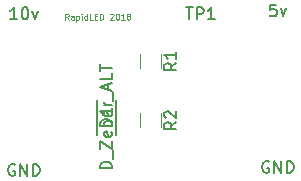
<source format=gbr>
G04 #@! TF.FileFunction,Legend,Top*
%FSLAX45Y45*%
G04 Gerber Fmt 4.5, Leading zero omitted, Abs format (unit mm)*
G04 Created by KiCad (PCBNEW 4.0.7) date 02/07/18 19:58:28*
%MOMM*%
%LPD*%
G01*
G04 APERTURE LIST*
%ADD10C,0.100000*%
%ADD11C,0.125000*%
%ADD12C,0.152400*%
%ADD13C,0.120000*%
%ADD14C,0.150000*%
G04 APERTURE END LIST*
D10*
D11*
X14703572Y-9972619D02*
X14686905Y-9948810D01*
X14675000Y-9972619D02*
X14675000Y-9922619D01*
X14694048Y-9922619D01*
X14698810Y-9925000D01*
X14701191Y-9927381D01*
X14703572Y-9932143D01*
X14703572Y-9939286D01*
X14701191Y-9944048D01*
X14698810Y-9946429D01*
X14694048Y-9948810D01*
X14675000Y-9948810D01*
X14746429Y-9972619D02*
X14746429Y-9946429D01*
X14744048Y-9941667D01*
X14739286Y-9939286D01*
X14729762Y-9939286D01*
X14725000Y-9941667D01*
X14746429Y-9970238D02*
X14741667Y-9972619D01*
X14729762Y-9972619D01*
X14725000Y-9970238D01*
X14722619Y-9965476D01*
X14722619Y-9960714D01*
X14725000Y-9955952D01*
X14729762Y-9953571D01*
X14741667Y-9953571D01*
X14746429Y-9951191D01*
X14770238Y-9939286D02*
X14770238Y-9989286D01*
X14770238Y-9941667D02*
X14775000Y-9939286D01*
X14784524Y-9939286D01*
X14789286Y-9941667D01*
X14791667Y-9944048D01*
X14794048Y-9948810D01*
X14794048Y-9963095D01*
X14791667Y-9967857D01*
X14789286Y-9970238D01*
X14784524Y-9972619D01*
X14775000Y-9972619D01*
X14770238Y-9970238D01*
X14815476Y-9972619D02*
X14815476Y-9939286D01*
X14815476Y-9922619D02*
X14813095Y-9925000D01*
X14815476Y-9927381D01*
X14817857Y-9925000D01*
X14815476Y-9922619D01*
X14815476Y-9927381D01*
X14860714Y-9972619D02*
X14860714Y-9922619D01*
X14860714Y-9970238D02*
X14855952Y-9972619D01*
X14846429Y-9972619D01*
X14841667Y-9970238D01*
X14839286Y-9967857D01*
X14836905Y-9963095D01*
X14836905Y-9948810D01*
X14839286Y-9944048D01*
X14841667Y-9941667D01*
X14846429Y-9939286D01*
X14855952Y-9939286D01*
X14860714Y-9941667D01*
X14908333Y-9972619D02*
X14884524Y-9972619D01*
X14884524Y-9922619D01*
X14925000Y-9946429D02*
X14941667Y-9946429D01*
X14948810Y-9972619D02*
X14925000Y-9972619D01*
X14925000Y-9922619D01*
X14948810Y-9922619D01*
X14970238Y-9972619D02*
X14970238Y-9922619D01*
X14982143Y-9922619D01*
X14989286Y-9925000D01*
X14994048Y-9929762D01*
X14996429Y-9934524D01*
X14998810Y-9944048D01*
X14998810Y-9951191D01*
X14996429Y-9960714D01*
X14994048Y-9965476D01*
X14989286Y-9970238D01*
X14982143Y-9972619D01*
X14970238Y-9972619D01*
X15055952Y-9927381D02*
X15058333Y-9925000D01*
X15063095Y-9922619D01*
X15075000Y-9922619D01*
X15079762Y-9925000D01*
X15082143Y-9927381D01*
X15084524Y-9932143D01*
X15084524Y-9936905D01*
X15082143Y-9944048D01*
X15053572Y-9972619D01*
X15084524Y-9972619D01*
X15115476Y-9922619D02*
X15120238Y-9922619D01*
X15125000Y-9925000D01*
X15127381Y-9927381D01*
X15129762Y-9932143D01*
X15132143Y-9941667D01*
X15132143Y-9953571D01*
X15129762Y-9963095D01*
X15127381Y-9967857D01*
X15125000Y-9970238D01*
X15120238Y-9972619D01*
X15115476Y-9972619D01*
X15110714Y-9970238D01*
X15108333Y-9967857D01*
X15105952Y-9963095D01*
X15103571Y-9953571D01*
X15103571Y-9941667D01*
X15105952Y-9932143D01*
X15108333Y-9927381D01*
X15110714Y-9925000D01*
X15115476Y-9922619D01*
X15179762Y-9972619D02*
X15151190Y-9972619D01*
X15165476Y-9972619D02*
X15165476Y-9922619D01*
X15160714Y-9929762D01*
X15155952Y-9934524D01*
X15151190Y-9936905D01*
X15208333Y-9944048D02*
X15203571Y-9941667D01*
X15201190Y-9939286D01*
X15198809Y-9934524D01*
X15198809Y-9932143D01*
X15201190Y-9927381D01*
X15203571Y-9925000D01*
X15208333Y-9922619D01*
X15217857Y-9922619D01*
X15222619Y-9925000D01*
X15225000Y-9927381D01*
X15227381Y-9932143D01*
X15227381Y-9934524D01*
X15225000Y-9939286D01*
X15222619Y-9941667D01*
X15217857Y-9944048D01*
X15208333Y-9944048D01*
X15203571Y-9946429D01*
X15201190Y-9948810D01*
X15198809Y-9953571D01*
X15198809Y-9963095D01*
X15201190Y-9967857D01*
X15203571Y-9970238D01*
X15208333Y-9972619D01*
X15217857Y-9972619D01*
X15222619Y-9970238D01*
X15225000Y-9967857D01*
X15227381Y-9963095D01*
X15227381Y-9953571D01*
X15225000Y-9948810D01*
X15222619Y-9946429D01*
X15217857Y-9944048D01*
D12*
X14942450Y-10652680D02*
X14942450Y-10947320D01*
X15107550Y-10947320D02*
X15107550Y-10652680D01*
D13*
X15312000Y-10385000D02*
X15312000Y-10265000D01*
X15488000Y-10265000D02*
X15488000Y-10385000D01*
X15312000Y-10885000D02*
X15312000Y-10765000D01*
X15488000Y-10765000D02*
X15488000Y-10885000D01*
D14*
X16398810Y-11175000D02*
X16389286Y-11170238D01*
X16375000Y-11170238D01*
X16360714Y-11175000D01*
X16351190Y-11184524D01*
X16346429Y-11194048D01*
X16341667Y-11213095D01*
X16341667Y-11227381D01*
X16346429Y-11246429D01*
X16351190Y-11255952D01*
X16360714Y-11265476D01*
X16375000Y-11270238D01*
X16384524Y-11270238D01*
X16398810Y-11265476D01*
X16403571Y-11260714D01*
X16403571Y-11227381D01*
X16384524Y-11227381D01*
X16446429Y-11270238D02*
X16446429Y-11170238D01*
X16503571Y-11270238D01*
X16503571Y-11170238D01*
X16551190Y-11270238D02*
X16551190Y-11170238D01*
X16575000Y-11170238D01*
X16589286Y-11175000D01*
X16598810Y-11184524D01*
X16603571Y-11194048D01*
X16608333Y-11213095D01*
X16608333Y-11227381D01*
X16603571Y-11246429D01*
X16598810Y-11255952D01*
X16589286Y-11265476D01*
X16575000Y-11270238D01*
X16551190Y-11270238D01*
X15070238Y-10873810D02*
X14970238Y-10873810D01*
X14970238Y-10850000D01*
X14975000Y-10835714D01*
X14984524Y-10826190D01*
X14994048Y-10821429D01*
X15013095Y-10816667D01*
X15027381Y-10816667D01*
X15046429Y-10821429D01*
X15055952Y-10826190D01*
X15065476Y-10835714D01*
X15070238Y-10850000D01*
X15070238Y-10873810D01*
X15070238Y-10721429D02*
X15070238Y-10778571D01*
X15070238Y-10750000D02*
X14970238Y-10750000D01*
X14984524Y-10759524D01*
X14994048Y-10769048D01*
X14998809Y-10778571D01*
X15070238Y-11233333D02*
X14970238Y-11233333D01*
X14970238Y-11209524D01*
X14975000Y-11195238D01*
X14984524Y-11185714D01*
X14994048Y-11180952D01*
X15013095Y-11176191D01*
X15027381Y-11176191D01*
X15046429Y-11180952D01*
X15055952Y-11185714D01*
X15065476Y-11195238D01*
X15070238Y-11209524D01*
X15070238Y-11233333D01*
X15079762Y-11157143D02*
X15079762Y-11080952D01*
X14970238Y-11066667D02*
X14970238Y-11000000D01*
X15070238Y-11066667D01*
X15070238Y-11000000D01*
X15065476Y-10923810D02*
X15070238Y-10933333D01*
X15070238Y-10952381D01*
X15065476Y-10961905D01*
X15055952Y-10966667D01*
X15017857Y-10966667D01*
X15008333Y-10961905D01*
X15003571Y-10952381D01*
X15003571Y-10933333D01*
X15008333Y-10923810D01*
X15017857Y-10919048D01*
X15027381Y-10919048D01*
X15036905Y-10966667D01*
X15003571Y-10876191D02*
X15070238Y-10876191D01*
X15013095Y-10876191D02*
X15008333Y-10871429D01*
X15003571Y-10861905D01*
X15003571Y-10847619D01*
X15008333Y-10838095D01*
X15017857Y-10833333D01*
X15070238Y-10833333D01*
X15065476Y-10747619D02*
X15070238Y-10757143D01*
X15070238Y-10776191D01*
X15065476Y-10785714D01*
X15055952Y-10790476D01*
X15017857Y-10790476D01*
X15008333Y-10785714D01*
X15003571Y-10776191D01*
X15003571Y-10757143D01*
X15008333Y-10747619D01*
X15017857Y-10742857D01*
X15027381Y-10742857D01*
X15036905Y-10790476D01*
X15070238Y-10700000D02*
X15003571Y-10700000D01*
X15022619Y-10700000D02*
X15013095Y-10695238D01*
X15008333Y-10690476D01*
X15003571Y-10680952D01*
X15003571Y-10671429D01*
X15079762Y-10661905D02*
X15079762Y-10585714D01*
X15041667Y-10566667D02*
X15041667Y-10519048D01*
X15070238Y-10576190D02*
X14970238Y-10542857D01*
X15070238Y-10509524D01*
X15070238Y-10428571D02*
X15070238Y-10476190D01*
X14970238Y-10476190D01*
X14970238Y-10409524D02*
X14970238Y-10352381D01*
X15070238Y-10380952D02*
X14970238Y-10380952D01*
X14267857Y-9970238D02*
X14210714Y-9970238D01*
X14239286Y-9970238D02*
X14239286Y-9870238D01*
X14229762Y-9884524D01*
X14220238Y-9894048D01*
X14210714Y-9898810D01*
X14329762Y-9870238D02*
X14339286Y-9870238D01*
X14348810Y-9875000D01*
X14353571Y-9879762D01*
X14358333Y-9889286D01*
X14363095Y-9908333D01*
X14363095Y-9932143D01*
X14358333Y-9951191D01*
X14353571Y-9960714D01*
X14348810Y-9965476D01*
X14339286Y-9970238D01*
X14329762Y-9970238D01*
X14320238Y-9965476D01*
X14315476Y-9960714D01*
X14310714Y-9951191D01*
X14305952Y-9932143D01*
X14305952Y-9908333D01*
X14310714Y-9889286D01*
X14315476Y-9879762D01*
X14320238Y-9875000D01*
X14329762Y-9870238D01*
X14396429Y-9903571D02*
X14420238Y-9970238D01*
X14444048Y-9903571D01*
X14248810Y-11200000D02*
X14239286Y-11195238D01*
X14225000Y-11195238D01*
X14210714Y-11200000D01*
X14201190Y-11209524D01*
X14196429Y-11219048D01*
X14191667Y-11238095D01*
X14191667Y-11252381D01*
X14196429Y-11271429D01*
X14201190Y-11280952D01*
X14210714Y-11290476D01*
X14225000Y-11295238D01*
X14234524Y-11295238D01*
X14248810Y-11290476D01*
X14253571Y-11285714D01*
X14253571Y-11252381D01*
X14234524Y-11252381D01*
X14296429Y-11295238D02*
X14296429Y-11195238D01*
X14353571Y-11295238D01*
X14353571Y-11195238D01*
X14401190Y-11295238D02*
X14401190Y-11195238D01*
X14425000Y-11195238D01*
X14439286Y-11200000D01*
X14448810Y-11209524D01*
X14453571Y-11219048D01*
X14458333Y-11238095D01*
X14458333Y-11252381D01*
X14453571Y-11271429D01*
X14448810Y-11280952D01*
X14439286Y-11290476D01*
X14425000Y-11295238D01*
X14401190Y-11295238D01*
X16460714Y-9845238D02*
X16413095Y-9845238D01*
X16408333Y-9892857D01*
X16413095Y-9888095D01*
X16422619Y-9883333D01*
X16446429Y-9883333D01*
X16455952Y-9888095D01*
X16460714Y-9892857D01*
X16465476Y-9902381D01*
X16465476Y-9926191D01*
X16460714Y-9935714D01*
X16455952Y-9940476D01*
X16446429Y-9945238D01*
X16422619Y-9945238D01*
X16413095Y-9940476D01*
X16408333Y-9935714D01*
X16498809Y-9878571D02*
X16522619Y-9945238D01*
X16546429Y-9878571D01*
X15698809Y-9870238D02*
X15755952Y-9870238D01*
X15727381Y-9970238D02*
X15727381Y-9870238D01*
X15789286Y-9970238D02*
X15789286Y-9870238D01*
X15827381Y-9870238D01*
X15836905Y-9875000D01*
X15841667Y-9879762D01*
X15846429Y-9889286D01*
X15846429Y-9903571D01*
X15841667Y-9913095D01*
X15836905Y-9917857D01*
X15827381Y-9922619D01*
X15789286Y-9922619D01*
X15941667Y-9970238D02*
X15884524Y-9970238D01*
X15913095Y-9970238D02*
X15913095Y-9870238D01*
X15903571Y-9884524D01*
X15894048Y-9894048D01*
X15884524Y-9898810D01*
X15615238Y-10341667D02*
X15567619Y-10375000D01*
X15615238Y-10398810D02*
X15515238Y-10398810D01*
X15515238Y-10360714D01*
X15520000Y-10351190D01*
X15524762Y-10346429D01*
X15534286Y-10341667D01*
X15548571Y-10341667D01*
X15558095Y-10346429D01*
X15562857Y-10351190D01*
X15567619Y-10360714D01*
X15567619Y-10398810D01*
X15615238Y-10246429D02*
X15615238Y-10303571D01*
X15615238Y-10275000D02*
X15515238Y-10275000D01*
X15529524Y-10284524D01*
X15539048Y-10294048D01*
X15543809Y-10303571D01*
X15615238Y-10841667D02*
X15567619Y-10875000D01*
X15615238Y-10898810D02*
X15515238Y-10898810D01*
X15515238Y-10860714D01*
X15520000Y-10851190D01*
X15524762Y-10846429D01*
X15534286Y-10841667D01*
X15548571Y-10841667D01*
X15558095Y-10846429D01*
X15562857Y-10851190D01*
X15567619Y-10860714D01*
X15567619Y-10898810D01*
X15524762Y-10803571D02*
X15520000Y-10798810D01*
X15515238Y-10789286D01*
X15515238Y-10765476D01*
X15520000Y-10755952D01*
X15524762Y-10751190D01*
X15534286Y-10746429D01*
X15543809Y-10746429D01*
X15558095Y-10751190D01*
X15615238Y-10808333D01*
X15615238Y-10746429D01*
M02*

</source>
